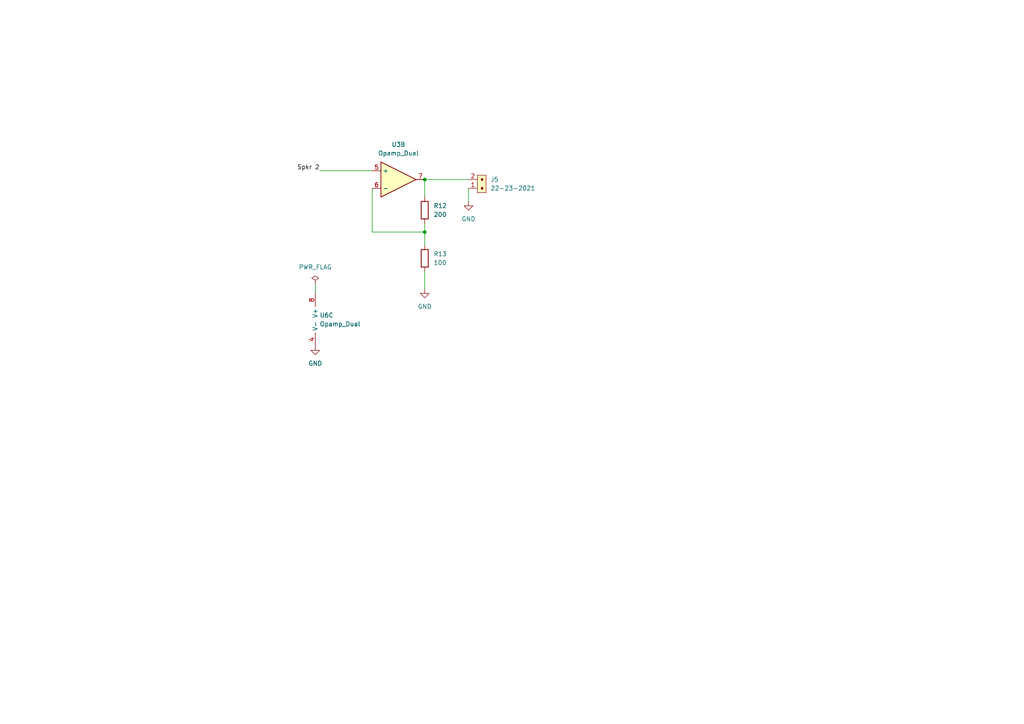
<source format=kicad_sch>
(kicad_sch (version 20211123) (generator eeschema)
  (paper "A4")
  (lib_symbols
    (symbol "Device:Opamp_Dual"
      (property "Reference" "U" (at 0 5.08 0))
      (property "Value" "Opamp_Dual" (at 0 -5.08 0))
      (symbol "Opamp_Dual_1_1"
        (polyline (pts (xy -5.08 5.08) (xy 5.08 0) (xy -5.08 -5.08) (xy -5.08 5.08)) (stroke (width 0.254)) (fill (type background)))
        (pin output line (at 7.62 0 180) (length 2.54) (name "~") (number "1"))
        (pin input line (at -7.62 -2.54 0) (length 2.54) (name "-") (number "2"))
        (pin input line (at -7.62 2.54 0) (length 2.54) (name "+") (number "3"))
      )
      (symbol "Opamp_Dual_2_1"
        (polyline (pts (xy -5.08 5.08) (xy 5.08 0) (xy -5.08 -5.08) (xy -5.08 5.08)) (stroke (width 0.254)) (fill (type background)))
        (pin input line (at -7.62 2.54 0) (length 2.54) (name "+") (number "5"))
        (pin input line (at -7.62 -2.54 0) (length 2.54) (name "-") (number "6"))
        (pin output line (at 7.62 0 180) (length 2.54) (name "~") (number "7"))
      )
      (symbol "Opamp_Dual_3_1"
        (pin power_in line (at -2.54 -7.62 90) (length 3.81) (name "V-") (number "4"))
        (pin power_in line (at -2.54 7.62 270) (length 3.81) (name "V+") (number "8"))
      )
    )
    (symbol "Device:R" (pin_numbers hide) (pin_names (offset 0))
      (property "Reference" "R" (at 2.032 0 90))
      (property "Value" "R" (at 0 0 90))
      (symbol "R_0_1"
        (rectangle (start -1.016 -2.54) (end 1.016 2.54) (stroke (width 0.254)))
      )
      (symbol "R_1_1"
        (pin passive line (at 0 3.81 270) (length 1.27) (name "~") (number "1"))
        (pin passive line (at 0 -3.81 90) (length 1.27) (name "~") (number "2"))
      )
    )
    (symbol "dk_Rectangular-Connectors-Headers-Male-Pins:22-23-2021" (pin_names (offset 1.016))
      (property "Reference" "J" (at -2.54 1.27 0))
      (property "Value" "22-23-2021" (at 1.27 -3.81 0))
      (symbol "22-23-2021_1_1"
        (rectangle (start -1.27 0) (end 3.81 -2.54) (fill (type background)))
        (rectangle (start -0.254 -1.143) (end 0.254 -1.651) (fill (type outline)))
        (rectangle (start 2.286 -1.143) (end 2.794 -1.651) (fill (type outline)))
        (pin passive line (at 0 2.54 270) (length 2.54) (name "~") (number "1"))
        (pin passive line (at 2.54 2.54 270) (length 2.54) (name "~") (number "2"))
      )
    )
    (symbol "power:GND" (power) (pin_names (offset 0))
      (property "Value" "GND" (at 0 -3.81 0))
      (symbol "GND_0_1"
        (polyline (pts (xy 0 0) (xy 0 -1.27) (xy 1.27 -1.27) (xy 0 -2.54) (xy -1.27 -1.27) (xy 0 -1.27)))
      )
      (symbol "GND_1_1"
        (pin power_in line (at 0 0 270) (length 0) hide (name "GND") (number "1"))
      )
    )
    (symbol "power:PWR_FLAG" (power) (pin_numbers hide) (pin_names (offset 0) hide)
      (property "Value" "PWR_FLAG" (at 0 3.81 0))
      (symbol "PWR_FLAG_0_0"
        (pin power_out line (at 0 0 90) (length 0) (name "pwr") (number "1"))
      )
      (symbol "PWR_FLAG_0_1"
        (polyline (pts (xy 0 0) (xy 0 1.27) (xy -1.016 1.905) (xy 0 2.54) (xy 1.016 1.905) (xy 0 1.27)))
      )
    )
  )
  (junction (at 123.19 67.31))
  (junction (at 123.19 52.07))
  (wire (pts (xy 123.19 52.07) (xy 135.89 52.07)))
  (wire (pts (xy 92.71 49.53) (xy 107.95 49.53)))
  (wire (pts (xy 123.19 67.31) (xy 123.19 71.12)))
  (wire (pts (xy 91.44 82.55) (xy 91.44 85.09)))
  (wire (pts (xy 135.89 54.61) (xy 135.89 58.42)))
  (wire (pts (xy 123.19 78.74) (xy 123.19 83.82)))
  (wire (pts (xy 123.19 52.07) (xy 123.19 57.15)))
  (wire (pts (xy 107.95 54.61) (xy 107.95 67.31)))
  (wire (pts (xy 123.19 64.77) (xy 123.19 67.31)))
  (wire (pts (xy 107.95 67.31) (xy 123.19 67.31)))
  (label "Spkr 2" (at 92.71 49.53 180))
  (symbol (lib_id "Device:R") (at 123.19 74.93 0) (unit 1)
    (property "Reference" "R13" (at 125.73 73.6599 0) (effects (justify left)))
    (property "Value" "100" (at 125.73 76.1999 0) (effects (justify left)))
    (property "Footprint" "Resistor_SMD:R_0603_1608Metric" (effects hide))
  )
  (symbol (lib_id "power:GND") (at 123.19 83.82 0) (unit 1)
    (property "Reference" "#PWR0127" (effects hide))
    (property "Value" "GND" (at 123.19 88.9 0))
  )
  (symbol (lib_id "dk_Rectangular-Connectors-Headers-Male-Pins:22-23-2021") (at 138.43 54.61 90) (unit 1)
    (property "Reference" "J5" (at 142.24 52.0699 90) (effects (justify right)))
    (property "Value" "22-23-2021" (at 142.24 54.6099 90) (effects (justify right)))
    (property "Footprint" "digikey-footprints:PinHeader_1x2_P2.54mm_Drill1.02mm" (effects hide))
    (property "Datasheet" "https://media.digikey.com/pdf/Data%20Sheets/Molex%20PDFs/A-6373-N_Series_Dwg_2010-12-03.pdf" (effects hide))
    (property "Digi-Key_PN" "WM4200-ND" (effects hide))
    (property "MPN" "22-23-2021" (effects hide))
    (property "Category" "Connectors, Interconnects" (effects hide))
    (property "Family" "Rectangular Connectors - Headers, Male Pins" (effects hide))
    (property "DK_Datasheet_Link" "https://media.digikey.com/pdf/Data%20Sheets/Molex%20PDFs/A-6373-N_Series_Dwg_2010-12-03.pdf" (effects hide))
    (property "DK_Detail_Page" "/product-detail/en/molex/22-23-2021/WM4200-ND/26667" (effects hide))
    (property "Description" "CONN HEADER VERT 2POS 2.54MM" (effects hide))
    (property "Manufacturer" "Molex" (effects hide))
    (property "Status" "Active" (effects hide))
  )
  (symbol (lib_id "Device:Opamp_Dual") (at 115.57 52.07 0) (unit 2)
    (property "Reference" "U3" (at 115.57 41.91 0))
    (property "Value" "Opamp_Dual" (at 115.57 44.45 0))
    (property "Footprint" "Library:SOIC127P600X175-8N" (effects hide))
  )
  (symbol (lib_id "Device:Opamp_Dual") (at 93.98 92.71 0) (unit 3)
    (property "Reference" "U6" (at 92.71 91.4399 0) (effects (justify left)))
    (property "Value" "Opamp_Dual" (at 92.71 93.9799 0) (effects (justify left)))
    (property "Footprint" "Library:SOIC127P600X175-8N" (effects hide))
  )
  (symbol (lib_id "power:GND") (at 91.44 100.33 0) (unit 1)
    (property "Reference" "#PWR0131" (effects hide))
    (property "Value" "GND" (at 91.44 105.41 0))
  )
  (symbol (lib_id "Device:R") (at 123.19 60.96 0) (unit 1)
    (property "Reference" "R12" (at 125.73 59.6899 0) (effects (justify left)))
    (property "Value" "200" (at 125.73 62.2299 0) (effects (justify left)))
    (property "Footprint" "Resistor_SMD:R_0603_1608Metric" (effects hide))
  )
  (symbol (lib_id "power:PWR_FLAG") (at 91.44 82.55 0) (unit 1)
    (property "Reference" "#FLG0102" (effects hide))
    (property "Value" "PWR_FLAG" (at 91.44 77.47 0))
  )
  (symbol (lib_id "power:GND") (at 135.89 58.42 0) (unit 1)
    (property "Reference" "#PWR0139" (effects hide))
    (property "Value" "GND" (at 135.89 63.5 0))
  )
)
</source>
